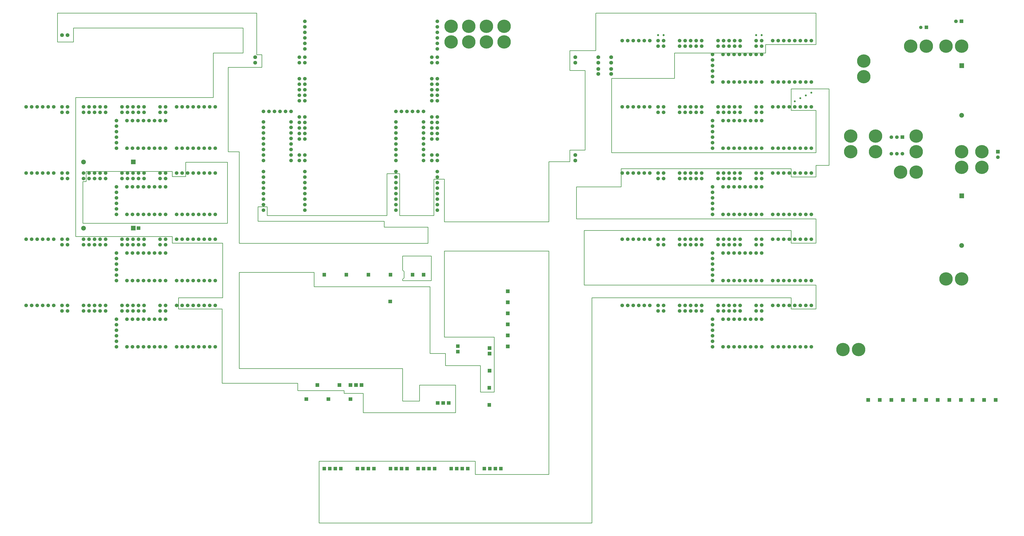
<source format=gbr>
G04 This is an RS-274x file exported by *
G04 gerbv version 2.7.0 *
G04 More information is available about gerbv at *
G04 http://gerbv.geda-project.org/ *
G04 --End of header info--*
%MOIN*%
%FSLAX36Y36*%
%IPPOS*%
G04 --Define apertures--*
%ADD10C,0.0100*%
%ADD11C,0.0660*%
%ADD12C,0.2422*%
%ADD13C,0.0001*%
%ADD14C,0.0610*%
%ADD15C,0.0860*%
%ADD16C,0.0700*%
%ADD17C,0.0380*%
%ADD18C,0.1870*%
%ADD19C,0.0500*%
%ADD20C,0.0300*%
%ADD21C,0.0280*%
%ADD22C,0.0350*%
G04 --Start main section--*
G01X0000000Y0000000D02*
G54D10*
G01X7725000Y5125000D02*
G01X8630000Y5125000D01*
G01X8380000Y4130000D02*
G01X8380000Y4610000D01*
G01X8380000Y4130000D02*
G01X8630000Y4130000D01*
G01X8630000Y5125000D02*
G01X8630000Y4130000D01*
G01X9620000Y2635000D02*
G01X9620000Y6685000D01*
G01X7725000Y6685000D02*
G01X9620000Y6685000D01*
G01X9620000Y7215000D02*
G01X7725000Y7215000D01*
G01X8380000Y4610000D02*
G01X7745000Y4610000D01*
G01X7745000Y4610000D02*
G01X7745000Y4830000D01*
G01X7745000Y4830000D02*
G01X7465000Y4830000D01*
G01X7930000Y4255000D02*
G01X7930000Y3755000D01*
G01X7725000Y5125000D02*
G01X7725000Y6685000D01*
G01X7725000Y7215000D02*
G01X7725000Y7990000D01*
G01X9620000Y2635000D02*
G01X8285000Y2635000D01*
G01X8285000Y2635000D02*
G01X8285000Y2875000D01*
G01X10400000Y5840000D02*
G01X14010000Y5840000D01*
G01X14460000Y6070000D02*
G01X10260000Y6070000D01*
G01X14010000Y5840000D02*
G01X14010000Y5635000D01*
G01X14010000Y5635000D02*
G01X14460000Y5635000D01*
G01X14460000Y5635000D02*
G01X14460000Y6070000D01*
G01X14010000Y6830000D02*
G01X14460000Y6830000D01*
G01X14460000Y6830000D02*
G01X14460000Y7270000D01*
G01X10260000Y6070000D02*
G01X10260000Y7060000D01*
G01X10260000Y7060000D02*
G01X14010000Y7060000D01*
G01X14010000Y7060000D02*
G01X14010000Y6830000D01*
G01X14460000Y7270000D02*
G01X10120000Y7270000D01*
G01X10120000Y7850000D02*
G01X10930000Y7850000D01*
G01X10000000Y8305000D02*
G01X9620000Y8305000D01*
G01X9620000Y8305000D02*
G01X9620000Y7215000D01*
G01X10470000Y10320000D02*
G01X10000000Y10320000D01*
G01X10000000Y10320000D02*
G01X10000000Y9960000D01*
G01X10000000Y8515000D02*
G01X10000000Y8305000D01*
G01X10000000Y9960000D02*
G01X10275000Y9960000D01*
G01X10275000Y9960000D02*
G01X10275000Y8515000D01*
G01X10275000Y8515000D02*
G01X10000000Y8515000D01*
G01X10930000Y7850000D02*
G01X10930000Y8180000D01*
G01X10930000Y8180000D02*
G01X14010000Y8180000D01*
G01X10755000Y8470000D02*
G01X14460000Y8470000D01*
G01X14010000Y8180000D02*
G01X14010000Y8030000D01*
G01X14010000Y8030000D02*
G01X14460000Y8030000D01*
G01X14460000Y8030000D02*
G01X14460000Y8240000D01*
G01X14460000Y8240000D02*
G01X14695000Y8240000D01*
G01X14695000Y8240000D02*
G01X14695000Y9625000D01*
G01X14460000Y9235000D02*
G01X14460000Y8470000D01*
G01X14460000Y11000000D02*
G01X10475000Y11000000D01*
G01X10475000Y11000000D02*
G01X10470000Y10995000D01*
G01X14460000Y9235000D02*
G01X14010000Y9235000D01*
G01X14010000Y9235000D02*
G01X14010000Y9625000D01*
G01X14695000Y9625000D02*
G01X14010000Y9625000D01*
G01X10470000Y10995000D02*
G01X10470000Y10320000D01*
G01X14460000Y11000000D02*
G01X14460000Y10430000D01*
G01X14460000Y10430000D02*
G01X13545000Y10430000D01*
G01X13545000Y10430000D02*
G01X13545000Y10275000D01*
G01X13545000Y10275000D02*
G01X11895000Y10275000D01*
G01X6685000Y7330000D02*
G01X6685000Y8090000D01*
G01X6685000Y8090000D02*
G01X6915000Y8090000D01*
G01X6915000Y8090000D02*
G01X6915000Y7330000D01*
G01X7535000Y7990000D02*
G01X7725000Y7990000D01*
G01X7430000Y6825000D02*
G01X7430000Y7120000D01*
G01X6915000Y7330000D02*
G01X7535000Y7330000D01*
G01X7535000Y7330000D02*
G01X7535000Y7990000D01*
G01X7430000Y7120000D02*
G01X6635000Y7120000D01*
G01X6635000Y7120000D02*
G01X6635000Y7225000D01*
G01X7465000Y6040000D02*
G01X5365000Y6040000D01*
G01X7430000Y6825000D02*
G01X4010000Y6825000D01*
G01X5365000Y6040000D02*
G01X5365000Y6300000D01*
G01X5365000Y6300000D02*
G01X4010000Y6300000D01*
G01X3710000Y6830000D02*
G01X3710000Y5840000D01*
G01X2940000Y5840000D02*
G01X3710000Y5840000D01*
G01X2910000Y5840000D02*
G01X2910000Y5635000D01*
G01X3700000Y5635000D02*
G01X2910000Y5635000D01*
G01X2910000Y5840000D02*
G01X2945000Y5840000D01*
G01X4515000Y7490000D02*
G01X4350000Y7490000D01*
G01X4515000Y7490000D02*
G01X4515000Y7330000D01*
G01X4515000Y7330000D02*
G01X6685000Y7330000D01*
G01X6635000Y7225000D02*
G01X4350000Y7225000D01*
G01X1175000Y7190000D02*
G01X3795000Y7190000D01*
G01X4350000Y7225000D02*
G01X4350000Y7490000D01*
G01X10120000Y7270000D02*
G01X10120000Y7850000D01*
G01X7490000Y6595000D02*
G01X7490000Y6150000D01*
G01X7490000Y6150000D02*
G01X6970000Y6150000D01*
G01X7490000Y6595000D02*
G01X6970000Y6595000D01*
G01X6970000Y6150000D02*
G01X6970000Y6175000D01*
G01X6970000Y6175000D02*
G01X6995000Y6200000D01*
G01X6995000Y6200000D02*
G01X6995000Y6315000D01*
G01X6995000Y6315000D02*
G01X6970000Y6340000D01*
G01X6970000Y6340000D02*
G01X6970000Y6595000D01*
G01X7465000Y4830000D02*
G01X7465000Y6040000D01*
G01X10755000Y8470000D02*
G01X10755000Y9815000D01*
G01X10755000Y9815000D02*
G01X11895000Y9815000D01*
G01X11895000Y9815000D02*
G01X11895000Y10275000D01*
G01X6970000Y4555000D02*
G01X6970000Y3965000D01*
G01X6970000Y3965000D02*
G01X7275000Y3965000D01*
G01X7275000Y3965000D02*
G01X7275000Y4255000D01*
G01X7275000Y4255000D02*
G01X7930000Y4255000D01*
G01X7930000Y3755000D02*
G01X6255000Y3755000D01*
G01X8285000Y2875000D02*
G01X5455000Y2875000D01*
G01X5455000Y1755000D02*
G01X10400000Y1755000D01*
G01X10400000Y1755000D02*
G01X10400000Y5840000D01*
G01X6255000Y3755000D02*
G01X6255000Y4105000D01*
G01X6255000Y4105000D02*
G01X5910000Y4105000D01*
G01X5910000Y4105000D02*
G01X5910000Y4155000D01*
G01X5910000Y4155000D02*
G01X5070000Y4155000D01*
G01X5070000Y4155000D02*
G01X5070000Y4290000D01*
G01X5455000Y2875000D02*
G01X5455000Y1755000D01*
G01X5070000Y4290000D02*
G01X3700000Y4290000D01*
G01X6970000Y4555000D02*
G01X4010000Y4555000D01*
G01X3700000Y4290000D02*
G01X3700000Y5635000D01*
G01X4010000Y6300000D02*
G01X4010000Y4555000D01*
G01X4010000Y8485000D02*
G01X3810000Y8485000D01*
G01X3795000Y7190000D02*
G01X3795000Y8295000D01*
G01X3795000Y8295000D02*
G01X3040000Y8295000D01*
G01X1045000Y6950000D02*
G01X2795000Y6950000D01*
G01X2795000Y6950000D02*
G01X2795000Y6830000D01*
G01X2795000Y6830000D02*
G01X3710000Y6830000D01*
G01X3040000Y8295000D02*
G01X3040000Y8035000D01*
G01X3040000Y8035000D02*
G01X2795000Y8035000D01*
G01X2795000Y8035000D02*
G01X2795000Y8130000D01*
G01X2795000Y8130000D02*
G01X1235000Y8130000D01*
G01X1235000Y7945000D02*
G01X1175000Y7945000D01*
G01X4010000Y8485000D02*
G01X4010000Y6825000D01*
G01X1045000Y9470000D02*
G01X1045000Y6950000D01*
G01X1175000Y7945000D02*
G01X1175000Y7190000D01*
G01X1235000Y8130000D02*
G01X1235000Y7945000D01*
G01X4080000Y10730000D02*
G01X1005000Y10730000D01*
G01X1005000Y10730000D02*
G01X1005000Y10475000D01*
G01X1005000Y10475000D02*
G01X0715000Y10475000D01*
G01X0715000Y11000000D02*
G01X4325000Y11000000D01*
G01X4325000Y11000000D02*
G01X4325000Y10245000D01*
G01X0715000Y10475000D02*
G01X0715000Y11000000D01*
G01X3810000Y8485000D02*
G01X3810000Y10015000D01*
G01X4420000Y10015000D02*
G01X3810000Y10015000D01*
G01X4080000Y10730000D02*
G01X4080000Y10275000D01*
G01X4080000Y10275000D02*
G01X3540000Y10275000D01*
G01X3540000Y10275000D02*
G01X3540000Y9470000D01*
G01X4325000Y10245000D02*
G01X4420000Y10245000D01*
G01X4420000Y10245000D02*
G01X4420000Y10015000D01*
G01X3540000Y9470000D02*
G01X1045000Y9470000D01*
G01X0000000Y0000000D02*
G54D11*
G01X13675000Y9750000D03*
G01X13775000Y9750000D03*
G01X13875000Y9750000D03*
G01X13975000Y9750000D03*
G01X14075000Y9750000D03*
G01X14175000Y9750000D03*
G01X14275000Y9750000D03*
G01X14375000Y9750000D03*
G54D12*
G01X15325000Y10128460D03*
G01X15325000Y9845000D03*
G54D13*
G36*
G01X17057000Y10088000D02*
G01X17057000Y10002000D01*
G01X17143000Y10002000D01*
G01X17143000Y10088000D01*
G01X17057000Y10088000D01*
G37*
G54D11*
G01X13675000Y10500000D03*
G01X13475000Y10500000D03*
G01X13475000Y10400000D03*
G01X13775000Y10500000D03*
G01X13875000Y10500000D03*
G01X13975000Y10500000D03*
G01X14075000Y10500000D03*
G01X14175000Y10500000D03*
G01X14275000Y10500000D03*
G01X14375000Y10500000D03*
G01X13375000Y10400000D03*
G01X13375000Y10500000D03*
G01X13085000Y10500000D03*
G01X13085000Y10400000D03*
G54D12*
G01X16460000Y10400000D03*
G01X16176540Y10400000D03*
G54D11*
G01X12190000Y10400000D03*
G01X12090000Y10500000D03*
G01X11990000Y10500000D03*
G01X12090000Y10400000D03*
G01X11990000Y10400000D03*
G01X11700000Y10400000D03*
G01X11600000Y10400000D03*
G01X11700000Y10500000D03*
G01X11600000Y10500000D03*
G01X11450000Y10500000D03*
G01X11350000Y10500000D03*
G01X11250000Y10500000D03*
G01X11150000Y10500000D03*
G01X11050000Y10500000D03*
G01X10950000Y10500000D03*
G54D12*
G01X17098460Y10400000D03*
G01X16815000Y10400000D03*
G54D13*
G36*
G01X17062000Y10883000D02*
G01X17062000Y10817000D01*
G01X17128000Y10817000D01*
G01X17128000Y10883000D01*
G01X17062000Y10883000D01*
G37*
G54D11*
G01X16995000Y10850000D03*
G54D13*
G36*
G01X16429500Y10770500D02*
G01X16429500Y10709500D01*
G01X16490500Y10709500D01*
G01X16490500Y10770500D01*
G01X16429500Y10770500D01*
G37*
G54D14*
G01X16360000Y10740000D03*
G54D11*
G01X12775000Y9750000D03*
G01X12875000Y9750000D03*
G01X12975000Y9750000D03*
G01X13075000Y9750000D03*
G01X13175000Y9750000D03*
G01X13275000Y9750000D03*
G01X13375000Y9750000D03*
G01X13475000Y9750000D03*
G01X12585000Y9750000D03*
G01X12585000Y9850000D03*
G01X12585000Y9950000D03*
G01X12585000Y10050000D03*
G01X12585000Y10150000D03*
G01X12585000Y10250000D03*
G01X12775000Y10250000D03*
G01X12875000Y10250000D03*
G01X12975000Y10250000D03*
G01X13075000Y10250000D03*
G01X13175000Y10250000D03*
G01X13275000Y10250000D03*
G01X13375000Y10250000D03*
G01X13475000Y10250000D03*
G01X12985000Y10500000D03*
G01X12885000Y10500000D03*
G01X12785000Y10500000D03*
G01X12685000Y10500000D03*
G01X12985000Y10400000D03*
G01X12885000Y10400000D03*
G01X12785000Y10400000D03*
G01X12685000Y10400000D03*
G01X12390000Y10400000D03*
G01X12290000Y10400000D03*
G01X12390000Y10500000D03*
G01X12290000Y10500000D03*
G01X12190000Y10500000D03*
G01X2875000Y4950000D03*
G01X2975000Y4950000D03*
G01X3075000Y4950000D03*
G01X3175000Y4950000D03*
G01X3275000Y4950000D03*
G01X3375000Y4950000D03*
G01X3475000Y4950000D03*
G01X3575000Y4950000D03*
G01X1975000Y4950000D03*
G01X2075000Y4950000D03*
G01X2175000Y4950000D03*
G01X2275000Y4950000D03*
G01X2375000Y4950000D03*
G01X2475000Y4950000D03*
G01X2575000Y4950000D03*
G01X2675000Y4950000D03*
G01X1785000Y4950000D03*
G01X1785000Y5050000D03*
G01X1785000Y5150000D03*
G01X1785000Y5250000D03*
G01X1785000Y5350000D03*
G01X1785000Y5450000D03*
G01X1975000Y5450000D03*
G01X2075000Y5450000D03*
G01X2175000Y5450000D03*
G01X2275000Y5450000D03*
G01X2375000Y5450000D03*
G01X2475000Y5450000D03*
G01X2575000Y5450000D03*
G01X2675000Y5450000D03*
G01X2875000Y5700000D03*
G01X2675000Y5700000D03*
G01X2675000Y5600000D03*
G01X2975000Y5700000D03*
G01X3075000Y5700000D03*
G01X3175000Y5700000D03*
G01X3275000Y5700000D03*
G01X3375000Y5700000D03*
G01X3475000Y5700000D03*
G01X3575000Y5700000D03*
G01X2575000Y5600000D03*
G01X2575000Y5700000D03*
G01X2285000Y5700000D03*
G01X2285000Y5600000D03*
G54D13*
G36*
G01X5917000Y6288000D02*
G01X5917000Y6222000D01*
G01X5983000Y6222000D01*
G01X5983000Y6288000D01*
G01X5917000Y6288000D01*
G37*
G36*
G01X5517000Y6288000D02*
G01X5517000Y6222000D01*
G01X5583000Y6222000D01*
G01X5583000Y6288000D01*
G01X5517000Y6288000D01*
G37*
G54D11*
G01X2185000Y5700000D03*
G01X2085000Y5700000D03*
G01X1985000Y5700000D03*
G01X1885000Y5700000D03*
G01X2185000Y5600000D03*
G01X2085000Y5600000D03*
G01X1985000Y5600000D03*
G01X1885000Y5600000D03*
G01X1590000Y5600000D03*
G01X1490000Y5600000D03*
G01X1590000Y5700000D03*
G01X1490000Y5700000D03*
G01X1390000Y5700000D03*
G01X1390000Y5600000D03*
G01X1290000Y5700000D03*
G01X1190000Y5700000D03*
G01X1290000Y5600000D03*
G01X1190000Y5600000D03*
G01X0900000Y5600000D03*
G01X0800000Y5600000D03*
G01X0900000Y5700000D03*
G01X0800000Y5700000D03*
G01X0650000Y5700000D03*
G01X0550000Y5700000D03*
G01X0450000Y5700000D03*
G01X0350000Y5700000D03*
G01X0250000Y5700000D03*
G01X0150000Y5700000D03*
G01X1975000Y6150000D03*
G01X2075000Y6150000D03*
G01X2175000Y6150000D03*
G01X2275000Y6150000D03*
G01X2375000Y6150000D03*
G01X2475000Y6150000D03*
G01X2575000Y6150000D03*
G01X2675000Y6150000D03*
G01X1785000Y6150000D03*
G01X1785000Y6250000D03*
G01X1785000Y6350000D03*
G01X1785000Y6450000D03*
G01X1785000Y6550000D03*
G01X1785000Y6650000D03*
G01X1975000Y6650000D03*
G01X2075000Y6650000D03*
G01X2175000Y6650000D03*
G01X2275000Y6650000D03*
G01X2375000Y6650000D03*
G01X2475000Y6650000D03*
G01X2575000Y6650000D03*
G01X2675000Y6650000D03*
G01X2185000Y6900000D03*
G01X2185000Y6800000D03*
G01X2085000Y6800000D03*
G01X1985000Y6800000D03*
G01X1885000Y6800000D03*
G01X2085000Y6900000D03*
G01X1985000Y6900000D03*
G01X1885000Y6900000D03*
G01X1590000Y6900000D03*
G01X1490000Y6900000D03*
G01X1390000Y6900000D03*
G54D15*
G01X1190000Y7100000D03*
G54D13*
G36*
G01X2152000Y7133000D02*
G01X2152000Y7067000D01*
G01X2218000Y7067000D01*
G01X2218000Y7133000D01*
G01X2152000Y7133000D01*
G37*
G54D11*
G01X1590000Y6800000D03*
G01X1490000Y6800000D03*
G01X1390000Y6800000D03*
G01X1290000Y6900000D03*
G01X1190000Y6900000D03*
G01X1290000Y6800000D03*
G01X1190000Y6800000D03*
G01X0900000Y6800000D03*
G01X0800000Y6800000D03*
G01X0900000Y6900000D03*
G01X0800000Y6900000D03*
G01X0650000Y6900000D03*
G01X0550000Y6900000D03*
G01X0450000Y6900000D03*
G01X0350000Y6900000D03*
G01X0250000Y6900000D03*
G01X0150000Y6900000D03*
G01X2875000Y8550000D03*
G01X2875000Y9300000D03*
G01X2975000Y9300000D03*
G01X3075000Y9300000D03*
G01X3175000Y9300000D03*
G01X3275000Y9300000D03*
G01X3375000Y9300000D03*
G01X3475000Y9300000D03*
G01X3575000Y9300000D03*
G01X2975000Y8550000D03*
G01X3075000Y8550000D03*
G01X3175000Y8550000D03*
G01X3275000Y8550000D03*
G01X3375000Y8550000D03*
G01X3475000Y8550000D03*
G01X3575000Y8550000D03*
G01X3175000Y8100000D03*
G01X3275000Y8100000D03*
G01X3375000Y8100000D03*
G01X3475000Y8100000D03*
G01X3575000Y8100000D03*
G01X2875000Y8100000D03*
G01X2975000Y8100000D03*
G01X3075000Y8100000D03*
G01X2285000Y8100000D03*
G01X2185000Y8100000D03*
G01X2085000Y8100000D03*
G01X2675000Y8100000D03*
G01X2675000Y8000000D03*
G01X2575000Y8000000D03*
G01X2575000Y8100000D03*
G01X2285000Y8000000D03*
G01X2185000Y8000000D03*
G01X2085000Y8000000D03*
G54D13*
G36*
G01X2047000Y8343000D02*
G01X2047000Y8257000D01*
G01X2133000Y8257000D01*
G01X2133000Y8343000D01*
G01X2047000Y8343000D01*
G37*
G54D11*
G01X1985000Y8100000D03*
G01X1985000Y8000000D03*
G01X1885000Y8000000D03*
G01X1885000Y8100000D03*
G01X1590000Y8100000D03*
G01X1490000Y8100000D03*
G01X1390000Y8100000D03*
G01X1290000Y8100000D03*
G01X1190000Y8100000D03*
G01X1590000Y8000000D03*
G01X1490000Y8000000D03*
G01X1390000Y8000000D03*
G01X1290000Y8000000D03*
G01X1190000Y8000000D03*
G01X1975000Y8550000D03*
G01X2075000Y8550000D03*
G01X2175000Y8550000D03*
G01X2275000Y8550000D03*
G01X2375000Y8550000D03*
G01X2475000Y8550000D03*
G01X2575000Y8550000D03*
G01X2675000Y8550000D03*
G01X1785000Y8550000D03*
G01X1785000Y8650000D03*
G01X1785000Y8750000D03*
G01X1785000Y8850000D03*
G01X1785000Y8950000D03*
G01X1785000Y9050000D03*
G01X1975000Y9050000D03*
G01X2075000Y9050000D03*
G01X2175000Y9050000D03*
G01X2275000Y9050000D03*
G01X2375000Y9050000D03*
G01X2475000Y9050000D03*
G01X2575000Y9050000D03*
G01X2675000Y9050000D03*
G01X2675000Y9300000D03*
G01X2675000Y9200000D03*
G01X2575000Y9200000D03*
G01X2575000Y9300000D03*
G01X2285000Y9300000D03*
G01X2285000Y9200000D03*
G01X2185000Y9300000D03*
G01X2185000Y9200000D03*
G01X2085000Y9300000D03*
G01X2085000Y9200000D03*
G01X1985000Y9300000D03*
G01X1885000Y9300000D03*
G01X1985000Y9200000D03*
G01X1885000Y9200000D03*
G01X1590000Y9200000D03*
G01X1490000Y9200000D03*
G01X1390000Y9200000D03*
G01X1290000Y9200000D03*
G01X1590000Y9300000D03*
G01X1490000Y9300000D03*
G01X1390000Y9300000D03*
G01X1290000Y9300000D03*
G01X1190000Y9300000D03*
G01X1190000Y9200000D03*
G01X0900000Y9300000D03*
G01X0800000Y9300000D03*
G01X0650000Y9300000D03*
G01X0900000Y9200000D03*
G01X0800000Y9200000D03*
G01X0550000Y9300000D03*
G01X0450000Y9300000D03*
G01X0350000Y9300000D03*
G01X0250000Y9300000D03*
G01X0150000Y9300000D03*
G01X3175000Y6150000D03*
G01X3275000Y6150000D03*
G01X3375000Y6150000D03*
G01X3475000Y6150000D03*
G01X2875000Y6150000D03*
G01X2975000Y6150000D03*
G01X3075000Y6150000D03*
G01X3575000Y6150000D03*
G01X3075000Y6900000D03*
G01X3175000Y6900000D03*
G01X3275000Y6900000D03*
G01X3375000Y6900000D03*
G01X3475000Y6900000D03*
G01X3575000Y6900000D03*
G01X2875000Y6900000D03*
G01X2675000Y6900000D03*
G01X2675000Y6800000D03*
G01X2975000Y6900000D03*
G01X2875000Y7350000D03*
G01X2975000Y7350000D03*
G01X3075000Y7350000D03*
G01X3175000Y7350000D03*
G01X3275000Y7350000D03*
G01X3375000Y7350000D03*
G01X3475000Y7350000D03*
G01X3575000Y7350000D03*
G01X2675000Y7350000D03*
G01X2575000Y6800000D03*
G01X2575000Y6900000D03*
G01X2285000Y6900000D03*
G01X2285000Y6800000D03*
G01X2575000Y7350000D03*
G54D13*
G36*
G01X2047000Y7143000D02*
G01X2047000Y7057000D01*
G01X2133000Y7057000D01*
G01X2133000Y7143000D01*
G01X2047000Y7143000D01*
G37*
G54D11*
G01X1975000Y7350000D03*
G01X2075000Y7350000D03*
G01X2175000Y7350000D03*
G01X2275000Y7350000D03*
G01X2375000Y7350000D03*
G01X2475000Y7350000D03*
G01X1785000Y7350000D03*
G01X1785000Y7450000D03*
G01X1785000Y7550000D03*
G01X1785000Y7650000D03*
G01X1785000Y7750000D03*
G01X1785000Y7850000D03*
G01X1975000Y7850000D03*
G01X2075000Y7850000D03*
G01X2175000Y7850000D03*
G01X2275000Y7850000D03*
G01X2375000Y7850000D03*
G01X2475000Y7850000D03*
G01X2575000Y7850000D03*
G01X2675000Y7850000D03*
G01X0900000Y8100000D03*
G01X0800000Y8100000D03*
G01X0650000Y8100000D03*
G01X0900000Y8000000D03*
G01X0800000Y8000000D03*
G01X0550000Y8100000D03*
G01X0450000Y8100000D03*
G01X0350000Y8100000D03*
G01X0250000Y8100000D03*
G01X0150000Y8100000D03*
G54D15*
G01X1190000Y8300000D03*
G54D11*
G01X4450000Y8125000D03*
G01X5200000Y8125000D03*
G01X4450000Y8025000D03*
G01X4450000Y7925000D03*
G01X4450000Y7825000D03*
G01X4450000Y7725000D03*
G01X4450000Y7625000D03*
G01X4450000Y7525000D03*
G01X4450000Y7425000D03*
G01X5200000Y8025000D03*
G01X5200000Y7925000D03*
G01X5200000Y7825000D03*
G01X5200000Y7725000D03*
G01X5200000Y7625000D03*
G01X5200000Y7525000D03*
G01X5200000Y7425000D03*
G01X5200000Y8325000D03*
G01X5100000Y8325000D03*
G01X5100000Y8425000D03*
G01X5200000Y8425000D03*
G01X4450000Y9025000D03*
G01X4450000Y9215000D03*
G01X4550000Y9215000D03*
G01X4450000Y8925000D03*
G01X4650000Y9215000D03*
G01X4750000Y9215000D03*
G01X4850000Y9215000D03*
G01X4950000Y9215000D03*
G01X4950000Y9025000D03*
G01X4450000Y8825000D03*
G01X4450000Y8725000D03*
G01X4450000Y8625000D03*
G01X4450000Y8525000D03*
G01X4450000Y8425000D03*
G01X4450000Y8325000D03*
G01X4950000Y8625000D03*
G01X4950000Y8525000D03*
G01X4950000Y8425000D03*
G01X4950000Y8325000D03*
G01X4950000Y8925000D03*
G01X4950000Y8825000D03*
G01X4950000Y8725000D03*
G01X5200000Y8715000D03*
G01X5100000Y8715000D03*
G01X5100000Y8815000D03*
G01X5100000Y8915000D03*
G01X5100000Y9015000D03*
G01X5200000Y8815000D03*
G01X5200000Y8915000D03*
G01X5200000Y9015000D03*
G01X5200000Y9115000D03*
G01X5200000Y9410000D03*
G01X5200000Y9510000D03*
G01X5100000Y9115000D03*
G01X5100000Y9410000D03*
G01X5100000Y9510000D03*
G01X5200000Y9610000D03*
G01X5200000Y9710000D03*
G01X5200000Y9810000D03*
G01X5200000Y10100000D03*
G01X5100000Y9610000D03*
G01X5100000Y9710000D03*
G01X5100000Y9810000D03*
G01X5100000Y10100000D03*
G01X5100000Y10200000D03*
G01X5200000Y10200000D03*
G01X5200000Y10350000D03*
G01X5200000Y10450000D03*
G01X5200000Y10550000D03*
G01X5200000Y10650000D03*
G01X5200000Y10750000D03*
G01X5200000Y10850000D03*
G01X13675000Y7350000D03*
G01X13675000Y8100000D03*
G01X13775000Y8100000D03*
G01X13875000Y8100000D03*
G01X13975000Y8100000D03*
G01X14075000Y8100000D03*
G01X14175000Y8100000D03*
G01X14275000Y8100000D03*
G01X14375000Y8100000D03*
G01X13775000Y7350000D03*
G01X13875000Y7350000D03*
G01X13975000Y7350000D03*
G01X14075000Y7350000D03*
G01X14175000Y7350000D03*
G01X14275000Y7350000D03*
G01X14375000Y7350000D03*
G01X13975000Y6900000D03*
G01X14075000Y6900000D03*
G01X14175000Y6900000D03*
G01X14275000Y6900000D03*
G01X14375000Y6900000D03*
G01X13675000Y4950000D03*
G01X13775000Y4950000D03*
G01X13875000Y4950000D03*
G01X13975000Y4950000D03*
G01X14075000Y4950000D03*
G01X14175000Y4950000D03*
G01X14275000Y4950000D03*
G01X14375000Y4950000D03*
G01X13675000Y5700000D03*
G01X13775000Y5700000D03*
G01X13875000Y5700000D03*
G01X13975000Y5700000D03*
G01X14075000Y5700000D03*
G01X14175000Y5700000D03*
G01X14275000Y5700000D03*
G01X14375000Y5700000D03*
G54D12*
G01X14950000Y4900000D03*
G01X15233460Y4900000D03*
G54D13*
G36*
G01X15372000Y4018000D02*
G01X15372000Y3952000D01*
G01X15438000Y3952000D01*
G01X15438000Y4018000D01*
G01X15372000Y4018000D01*
G37*
G36*
G01X15582000Y4018000D02*
G01X15582000Y3952000D01*
G01X15648000Y3952000D01*
G01X15648000Y4018000D01*
G01X15582000Y4018000D01*
G37*
G36*
G01X15792000Y4018000D02*
G01X15792000Y3952000D01*
G01X15858000Y3952000D01*
G01X15858000Y4018000D01*
G01X15792000Y4018000D01*
G37*
G36*
G01X16002000Y4018000D02*
G01X16002000Y3952000D01*
G01X16068000Y3952000D01*
G01X16068000Y4018000D01*
G01X16002000Y4018000D01*
G37*
G36*
G01X16212000Y4018000D02*
G01X16212000Y3952000D01*
G01X16278000Y3952000D01*
G01X16278000Y4018000D01*
G01X16212000Y4018000D01*
G37*
G36*
G01X16422000Y4018000D02*
G01X16422000Y3952000D01*
G01X16488000Y3952000D01*
G01X16488000Y4018000D01*
G01X16422000Y4018000D01*
G37*
G36*
G01X16632000Y4018000D02*
G01X16632000Y3952000D01*
G01X16698000Y3952000D01*
G01X16698000Y4018000D01*
G01X16632000Y4018000D01*
G37*
G36*
G01X16842000Y4018000D02*
G01X16842000Y3952000D01*
G01X16908000Y3952000D01*
G01X16908000Y4018000D01*
G01X16842000Y4018000D01*
G37*
G36*
G01X17052000Y4018000D02*
G01X17052000Y3952000D01*
G01X17118000Y3952000D01*
G01X17118000Y4018000D01*
G01X17052000Y4018000D01*
G37*
G36*
G01X17262000Y4018000D02*
G01X17262000Y3952000D01*
G01X17328000Y3952000D01*
G01X17328000Y4018000D01*
G01X17262000Y4018000D01*
G37*
G36*
G01X17472000Y4018000D02*
G01X17472000Y3952000D01*
G01X17538000Y3952000D01*
G01X17538000Y4018000D01*
G01X17472000Y4018000D01*
G37*
G36*
G01X17682000Y4018000D02*
G01X17682000Y3952000D01*
G01X17748000Y3952000D01*
G01X17748000Y4018000D01*
G01X17682000Y4018000D01*
G37*
G54D11*
G01X12785000Y8100000D03*
G01X12685000Y8100000D03*
G01X12785000Y8000000D03*
G01X12685000Y8000000D03*
G01X12390000Y8000000D03*
G01X12290000Y8000000D03*
G01X12190000Y8000000D03*
G01X12090000Y8000000D03*
G01X12390000Y8100000D03*
G01X12290000Y8100000D03*
G01X12190000Y8100000D03*
G01X12090000Y8100000D03*
G01X11990000Y8100000D03*
G01X11990000Y8000000D03*
G01X11700000Y8100000D03*
G01X11600000Y8100000D03*
G01X11450000Y8100000D03*
G01X11700000Y8000000D03*
G01X11600000Y8000000D03*
G01X11350000Y8100000D03*
G01X11250000Y8100000D03*
G01X11150000Y8100000D03*
G01X11050000Y8100000D03*
G01X10950000Y8100000D03*
G01X13675000Y6150000D03*
G01X13775000Y6150000D03*
G01X13875000Y6150000D03*
G01X13975000Y6150000D03*
G01X14075000Y6150000D03*
G01X14175000Y6150000D03*
G01X14275000Y6150000D03*
G01X14375000Y6150000D03*
G01X12975000Y6150000D03*
G01X13075000Y6150000D03*
G01X13175000Y6150000D03*
G01X13275000Y6150000D03*
G01X13375000Y6150000D03*
G01X13475000Y6150000D03*
G01X12775000Y6150000D03*
G01X12585000Y6150000D03*
G01X12585000Y6250000D03*
G01X12585000Y6350000D03*
G01X12585000Y6450000D03*
G01X12585000Y6550000D03*
G01X12585000Y6650000D03*
G01X12875000Y6650000D03*
G01X12975000Y6650000D03*
G01X13075000Y6650000D03*
G01X13175000Y6650000D03*
G01X13275000Y6650000D03*
G01X13375000Y6650000D03*
G01X13475000Y6650000D03*
G01X12875000Y6150000D03*
G01X12775000Y7350000D03*
G01X12875000Y7350000D03*
G01X12975000Y7350000D03*
G01X13075000Y7350000D03*
G01X13175000Y7350000D03*
G01X13275000Y7350000D03*
G01X13375000Y7350000D03*
G01X13475000Y7350000D03*
G01X12585000Y7350000D03*
G01X12585000Y7450000D03*
G01X12585000Y7550000D03*
G01X12585000Y7650000D03*
G01X12585000Y7750000D03*
G01X12585000Y7850000D03*
G01X12775000Y7850000D03*
G01X12875000Y7850000D03*
G01X12975000Y7850000D03*
G01X13075000Y7850000D03*
G01X13175000Y7850000D03*
G01X13275000Y7850000D03*
G01X13375000Y7850000D03*
G01X13475000Y7850000D03*
G01X13475000Y8100000D03*
G01X13475000Y8000000D03*
G01X13375000Y8000000D03*
G01X13375000Y8100000D03*
G01X13085000Y8100000D03*
G01X13085000Y8000000D03*
G01X12985000Y8100000D03*
G01X12985000Y8000000D03*
G01X12885000Y8100000D03*
G01X12885000Y8000000D03*
G01X13675000Y6900000D03*
G01X13775000Y6900000D03*
G01X13875000Y6900000D03*
G01X13085000Y6900000D03*
G01X12985000Y6900000D03*
G01X12885000Y6900000D03*
G01X13475000Y6900000D03*
G01X13475000Y6800000D03*
G01X13375000Y6800000D03*
G01X13375000Y6900000D03*
G01X13085000Y6800000D03*
G01X12985000Y6800000D03*
G01X12885000Y6800000D03*
G01X12785000Y6900000D03*
G01X12785000Y6800000D03*
G01X12685000Y6800000D03*
G01X12685000Y6900000D03*
G01X12390000Y6900000D03*
G01X12290000Y6900000D03*
G01X12190000Y6900000D03*
G01X12090000Y6900000D03*
G01X11990000Y6900000D03*
G01X12390000Y6800000D03*
G01X12290000Y6800000D03*
G01X12190000Y6800000D03*
G01X12090000Y6800000D03*
G01X11990000Y6800000D03*
G01X11700000Y6900000D03*
G01X11600000Y6900000D03*
G01X11450000Y6900000D03*
G01X11700000Y6800000D03*
G01X11600000Y6800000D03*
G01X11350000Y6900000D03*
G01X11250000Y6900000D03*
G01X11150000Y6900000D03*
G01X11050000Y6900000D03*
G01X10950000Y6900000D03*
G01X12875000Y4950000D03*
G01X12975000Y4950000D03*
G01X13075000Y4950000D03*
G01X13175000Y4950000D03*
G01X13275000Y4950000D03*
G01X13375000Y4950000D03*
G01X12775000Y6650000D03*
G01X12775000Y4950000D03*
G01X12775000Y5450000D03*
G01X12585000Y5250000D03*
G01X12585000Y5350000D03*
G01X12585000Y5450000D03*
G01X12875000Y5450000D03*
G01X12975000Y5450000D03*
G01X13075000Y5450000D03*
G01X13175000Y5450000D03*
G01X12785000Y5600000D03*
G01X12685000Y5700000D03*
G01X12685000Y5600000D03*
G01X12585000Y4950000D03*
G01X12585000Y5050000D03*
G01X12585000Y5150000D03*
G01X13475000Y4950000D03*
G54D13*
G36*
G01X8842000Y5188000D02*
G01X8842000Y5122000D01*
G01X8908000Y5122000D01*
G01X8908000Y5188000D01*
G01X8842000Y5188000D01*
G37*
G36*
G01X8512000Y4858000D02*
G01X8512000Y4792000D01*
G01X8578000Y4792000D01*
G01X8578000Y4858000D01*
G01X8512000Y4858000D01*
G37*
G36*
G01X8512000Y4958000D02*
G01X8512000Y4892000D01*
G01X8578000Y4892000D01*
G01X8578000Y4958000D01*
G01X8512000Y4958000D01*
G37*
G36*
G01X8512000Y4548000D02*
G01X8512000Y4482000D01*
G01X8578000Y4482000D01*
G01X8578000Y4548000D01*
G01X8512000Y4548000D01*
G37*
G36*
G01X8842000Y4988000D02*
G01X8842000Y4922000D01*
G01X8908000Y4922000D01*
G01X8908000Y4988000D01*
G01X8842000Y4988000D01*
G37*
G36*
G01X7937000Y4993000D02*
G01X7937000Y4927000D01*
G01X8003000Y4927000D01*
G01X8003000Y4993000D01*
G01X7937000Y4993000D01*
G37*
G36*
G01X7937000Y4893000D02*
G01X7937000Y4827000D01*
G01X8003000Y4827000D01*
G01X8003000Y4893000D01*
G01X7937000Y4893000D01*
G37*
G54D11*
G01X13275000Y5450000D03*
G01X13375000Y5450000D03*
G01X13475000Y5450000D03*
G01X13475000Y5700000D03*
G01X13475000Y5600000D03*
G01X13375000Y5600000D03*
G01X13375000Y5700000D03*
G01X13085000Y5700000D03*
G01X13085000Y5600000D03*
G01X12985000Y5700000D03*
G01X12985000Y5600000D03*
G01X12885000Y5700000D03*
G01X12885000Y5600000D03*
G01X12785000Y5700000D03*
G01X12390000Y5700000D03*
G01X12390000Y5600000D03*
G01X12290000Y5700000D03*
G01X12290000Y5600000D03*
G01X12190000Y5700000D03*
G01X12190000Y5600000D03*
G01X12090000Y5700000D03*
G01X12090000Y5600000D03*
G01X11990000Y5600000D03*
G01X11990000Y5700000D03*
G01X11700000Y5700000D03*
G01X11700000Y5600000D03*
G01X11600000Y5600000D03*
G01X11600000Y5700000D03*
G01X11450000Y5700000D03*
G01X11350000Y5700000D03*
G01X11250000Y5700000D03*
G01X11150000Y5700000D03*
G01X11050000Y5700000D03*
G01X10950000Y5700000D03*
G54D13*
G36*
G01X8842000Y5988000D02*
G01X8842000Y5922000D01*
G01X8908000Y5922000D01*
G01X8908000Y5988000D01*
G01X8842000Y5988000D01*
G37*
G36*
G01X7117000Y6288000D02*
G01X7117000Y6222000D01*
G01X7183000Y6222000D01*
G01X7183000Y6288000D01*
G01X7117000Y6288000D01*
G37*
G36*
G01X7317000Y6288000D02*
G01X7317000Y6222000D01*
G01X7383000Y6222000D01*
G01X7383000Y6288000D01*
G01X7317000Y6288000D01*
G37*
G36*
G01X6717000Y6288000D02*
G01X6717000Y6222000D01*
G01X6783000Y6222000D01*
G01X6783000Y6288000D01*
G01X6717000Y6288000D01*
G37*
G36*
G01X6317000Y6288000D02*
G01X6317000Y6222000D01*
G01X6383000Y6222000D01*
G01X6383000Y6288000D01*
G01X6317000Y6288000D01*
G37*
G36*
G01X6712000Y5803000D02*
G01X6712000Y5737000D01*
G01X6778000Y5737000D01*
G01X6778000Y5803000D01*
G01X6712000Y5803000D01*
G37*
G36*
G01X8842000Y5788000D02*
G01X8842000Y5722000D01*
G01X8908000Y5722000D01*
G01X8908000Y5788000D01*
G01X8842000Y5788000D01*
G37*
G36*
G01X8842000Y5388000D02*
G01X8842000Y5322000D01*
G01X8908000Y5322000D01*
G01X8908000Y5388000D01*
G01X8842000Y5388000D01*
G37*
G36*
G01X8842000Y5588000D02*
G01X8842000Y5522000D01*
G01X8908000Y5522000D01*
G01X8908000Y5588000D01*
G01X8842000Y5588000D01*
G37*
G36*
G01X8717000Y2773000D02*
G01X8717000Y2707000D01*
G01X8783000Y2707000D01*
G01X8783000Y2773000D01*
G01X8717000Y2773000D01*
G37*
G36*
G01X8617000Y2773000D02*
G01X8617000Y2707000D01*
G01X8683000Y2707000D01*
G01X8683000Y2773000D01*
G01X8617000Y2773000D01*
G37*
G36*
G01X8517000Y2773000D02*
G01X8517000Y2707000D01*
G01X8583000Y2707000D01*
G01X8583000Y2773000D01*
G01X8517000Y2773000D01*
G37*
G36*
G01X8417000Y2773000D02*
G01X8417000Y2707000D01*
G01X8483000Y2707000D01*
G01X8483000Y2773000D01*
G01X8417000Y2773000D01*
G37*
G36*
G01X8117000Y2773000D02*
G01X8117000Y2707000D01*
G01X8183000Y2707000D01*
G01X8183000Y2773000D01*
G01X8117000Y2773000D01*
G37*
G36*
G01X8017000Y2773000D02*
G01X8017000Y2707000D01*
G01X8083000Y2707000D01*
G01X8083000Y2773000D01*
G01X8017000Y2773000D01*
G37*
G36*
G01X7917000Y2773000D02*
G01X7917000Y2707000D01*
G01X7983000Y2707000D01*
G01X7983000Y2773000D01*
G01X7917000Y2773000D01*
G37*
G36*
G01X7817000Y2773000D02*
G01X7817000Y2707000D01*
G01X7883000Y2707000D01*
G01X7883000Y2773000D01*
G01X7817000Y2773000D01*
G37*
G36*
G01X8507000Y4238000D02*
G01X8507000Y4172000D01*
G01X8573000Y4172000D01*
G01X8573000Y4238000D01*
G01X8507000Y4238000D01*
G37*
G36*
G01X8507000Y3928000D02*
G01X8507000Y3862000D01*
G01X8573000Y3862000D01*
G01X8573000Y3928000D01*
G01X8507000Y3928000D01*
G37*
G36*
G01X7772000Y3963000D02*
G01X7772000Y3897000D01*
G01X7838000Y3897000D01*
G01X7838000Y3963000D01*
G01X7772000Y3963000D01*
G37*
G36*
G01X7672000Y3963000D02*
G01X7672000Y3897000D01*
G01X7738000Y3897000D01*
G01X7738000Y3963000D01*
G01X7672000Y3963000D01*
G37*
G36*
G01X7572000Y3963000D02*
G01X7572000Y3897000D01*
G01X7638000Y3897000D01*
G01X7638000Y3963000D01*
G01X7572000Y3963000D01*
G37*
G36*
G01X5992000Y4033000D02*
G01X5992000Y3967000D01*
G01X6058000Y3967000D01*
G01X6058000Y4033000D01*
G01X5992000Y4033000D01*
G37*
G36*
G01X5592000Y4033000D02*
G01X5592000Y3967000D01*
G01X5658000Y3967000D01*
G01X5658000Y4033000D01*
G01X5592000Y4033000D01*
G37*
G36*
G01X5192000Y4033000D02*
G01X5192000Y3967000D01*
G01X5258000Y3967000D01*
G01X5258000Y4033000D01*
G01X5192000Y4033000D01*
G37*
G36*
G01X5392000Y4288000D02*
G01X5392000Y4222000D01*
G01X5458000Y4222000D01*
G01X5458000Y4288000D01*
G01X5392000Y4288000D01*
G37*
G36*
G01X5792000Y4288000D02*
G01X5792000Y4222000D01*
G01X5858000Y4222000D01*
G01X5858000Y4288000D01*
G01X5792000Y4288000D01*
G37*
G36*
G01X5992000Y4288000D02*
G01X5992000Y4222000D01*
G01X6058000Y4222000D01*
G01X6058000Y4288000D01*
G01X5992000Y4288000D01*
G37*
G36*
G01X6092000Y4288000D02*
G01X6092000Y4222000D01*
G01X6158000Y4222000D01*
G01X6158000Y4288000D01*
G01X6092000Y4288000D01*
G37*
G36*
G01X6192000Y4288000D02*
G01X6192000Y4222000D01*
G01X6258000Y4222000D01*
G01X6258000Y4288000D01*
G01X6192000Y4288000D01*
G37*
G36*
G01X5817000Y2773000D02*
G01X5817000Y2707000D01*
G01X5883000Y2707000D01*
G01X5883000Y2773000D01*
G01X5817000Y2773000D01*
G37*
G36*
G01X5717000Y2773000D02*
G01X5717000Y2707000D01*
G01X5783000Y2707000D01*
G01X5783000Y2773000D01*
G01X5717000Y2773000D01*
G37*
G36*
G01X5617000Y2773000D02*
G01X5617000Y2707000D01*
G01X5683000Y2707000D01*
G01X5683000Y2773000D01*
G01X5617000Y2773000D01*
G37*
G36*
G01X5517000Y2773000D02*
G01X5517000Y2707000D01*
G01X5583000Y2707000D01*
G01X5583000Y2773000D01*
G01X5517000Y2773000D01*
G37*
G36*
G01X6417000Y2773000D02*
G01X6417000Y2707000D01*
G01X6483000Y2707000D01*
G01X6483000Y2773000D01*
G01X6417000Y2773000D01*
G37*
G36*
G01X6317000Y2773000D02*
G01X6317000Y2707000D01*
G01X6383000Y2707000D01*
G01X6383000Y2773000D01*
G01X6317000Y2773000D01*
G37*
G36*
G01X6217000Y2773000D02*
G01X6217000Y2707000D01*
G01X6283000Y2707000D01*
G01X6283000Y2773000D01*
G01X6217000Y2773000D01*
G37*
G36*
G01X6117000Y2773000D02*
G01X6117000Y2707000D01*
G01X6183000Y2707000D01*
G01X6183000Y2773000D01*
G01X6117000Y2773000D01*
G37*
G36*
G01X7017000Y2773000D02*
G01X7017000Y2707000D01*
G01X7083000Y2707000D01*
G01X7083000Y2773000D01*
G01X7017000Y2773000D01*
G37*
G36*
G01X6917000Y2773000D02*
G01X6917000Y2707000D01*
G01X6983000Y2707000D01*
G01X6983000Y2773000D01*
G01X6917000Y2773000D01*
G37*
G36*
G01X6817000Y2773000D02*
G01X6817000Y2707000D01*
G01X6883000Y2707000D01*
G01X6883000Y2773000D01*
G01X6817000Y2773000D01*
G37*
G36*
G01X6717000Y2773000D02*
G01X6717000Y2707000D01*
G01X6783000Y2707000D01*
G01X6783000Y2773000D01*
G01X6717000Y2773000D01*
G37*
G36*
G01X7317000Y2773000D02*
G01X7317000Y2707000D01*
G01X7383000Y2707000D01*
G01X7383000Y2773000D01*
G01X7317000Y2773000D01*
G37*
G36*
G01X7517000Y2773000D02*
G01X7517000Y2707000D01*
G01X7583000Y2707000D01*
G01X7583000Y2773000D01*
G01X7517000Y2773000D01*
G37*
G36*
G01X7417000Y2773000D02*
G01X7417000Y2707000D01*
G01X7483000Y2707000D01*
G01X7483000Y2773000D01*
G01X7417000Y2773000D01*
G37*
G36*
G01X7217000Y2773000D02*
G01X7217000Y2707000D01*
G01X7283000Y2707000D01*
G01X7283000Y2773000D01*
G01X7217000Y2773000D01*
G37*
G54D12*
G01X8810000Y10758460D03*
G01X8810000Y10475000D03*
G01X8490000Y10758460D03*
G01X8490000Y10475000D03*
G01X8170000Y10758460D03*
G01X8170000Y10475000D03*
G01X7850000Y10758460D03*
G01X7850000Y10475000D03*
G54D11*
G01X7600000Y10850000D03*
G01X7600000Y10750000D03*
G01X7600000Y10650000D03*
G01X7600000Y10550000D03*
G01X7600000Y10450000D03*
G01X7600000Y10350000D03*
G01X7600000Y10200000D03*
G01X7500000Y10200000D03*
G01X7500000Y10100000D03*
G01X7600000Y10100000D03*
G01X7500000Y9810000D03*
G01X7600000Y9810000D03*
G01X7500000Y9710000D03*
G01X7600000Y9710000D03*
G01X7500000Y9610000D03*
G01X7500000Y9510000D03*
G01X7500000Y9410000D03*
G01X7600000Y9610000D03*
G01X7600000Y9510000D03*
G01X7600000Y9410000D03*
G01X7600000Y9115000D03*
G01X7600000Y9015000D03*
G01X7600000Y8915000D03*
G01X7600000Y7425000D03*
G01X7600000Y7525000D03*
G01X7600000Y7625000D03*
G01X7600000Y7725000D03*
G01X7600000Y7825000D03*
G01X7600000Y7925000D03*
G01X7600000Y8025000D03*
G01X7600000Y8125000D03*
G01X7600000Y8815000D03*
G01X7600000Y8715000D03*
G01X7600000Y8425000D03*
G01X7600000Y8325000D03*
G01X7500000Y8715000D03*
G01X7350000Y8525000D03*
G01X7350000Y8625000D03*
G01X7500000Y8425000D03*
G01X7500000Y8325000D03*
G01X7350000Y8325000D03*
G01X7350000Y8425000D03*
G01X7350000Y8725000D03*
G01X7500000Y9115000D03*
G01X7500000Y9015000D03*
G01X7500000Y8915000D03*
G01X7500000Y8815000D03*
G01X7350000Y8825000D03*
G01X7350000Y8925000D03*
G01X7350000Y9025000D03*
G01X7350000Y9215000D03*
G01X7250000Y9215000D03*
G01X7150000Y9215000D03*
G01X7050000Y9215000D03*
G01X6950000Y9215000D03*
G01X6850000Y9215000D03*
G01X6850000Y8825000D03*
G01X6850000Y8925000D03*
G01X6850000Y9025000D03*
G01X6850000Y8325000D03*
G01X6850000Y8425000D03*
G01X6850000Y8525000D03*
G01X6850000Y8625000D03*
G01X6850000Y8725000D03*
G01X6850000Y7425000D03*
G01X6850000Y7525000D03*
G01X6850000Y7625000D03*
G01X6850000Y7725000D03*
G01X6850000Y7825000D03*
G01X6850000Y7925000D03*
G01X6850000Y8025000D03*
G01X6850000Y8125000D03*
G01X13675000Y8550000D03*
G01X13675000Y9300000D03*
G01X13775000Y8550000D03*
G01X13875000Y8550000D03*
G01X13975000Y8550000D03*
G01X14075000Y8550000D03*
G01X14175000Y8550000D03*
G01X14275000Y8550000D03*
G01X14375000Y8550000D03*
G01X13775000Y9300000D03*
G01X13875000Y9300000D03*
G01X13975000Y9300000D03*
G01X14075000Y9300000D03*
G01X14175000Y9300000D03*
G01X14275000Y9300000D03*
G01X14375000Y9300000D03*
G01X12775000Y8550000D03*
G01X12875000Y8550000D03*
G01X12975000Y8550000D03*
G01X13075000Y8550000D03*
G01X13175000Y8550000D03*
G01X13275000Y8550000D03*
G01X13375000Y8550000D03*
G01X13475000Y8550000D03*
G01X12585000Y8550000D03*
G01X12585000Y8650000D03*
G01X12585000Y8750000D03*
G01X12585000Y8850000D03*
G01X12585000Y8950000D03*
G01X12585000Y9050000D03*
G01X12775000Y9050000D03*
G01X12875000Y9050000D03*
G01X12975000Y9050000D03*
G01X13075000Y9050000D03*
G01X13175000Y9050000D03*
G01X13275000Y9050000D03*
G01X13375000Y9050000D03*
G01X13475000Y9050000D03*
G01X12785000Y9300000D03*
G01X12685000Y9300000D03*
G01X12785000Y9200000D03*
G01X12685000Y9200000D03*
G01X12390000Y9200000D03*
G01X12290000Y9200000D03*
G01X12190000Y9200000D03*
G01X12090000Y9200000D03*
G01X12390000Y9300000D03*
G01X12290000Y9300000D03*
G01X12190000Y9300000D03*
G01X12090000Y9300000D03*
G01X11990000Y9300000D03*
G01X11990000Y9200000D03*
G01X11700000Y9300000D03*
G01X11600000Y9300000D03*
G01X11450000Y9300000D03*
G01X11700000Y9200000D03*
G01X11600000Y9200000D03*
G01X11350000Y9300000D03*
G01X11250000Y9300000D03*
G01X11150000Y9300000D03*
G01X11050000Y9300000D03*
G01X10950000Y9300000D03*
G54D12*
G01X17465000Y8485000D03*
G54D13*
G36*
G01X17722000Y8518000D02*
G01X17722000Y8452000D01*
G01X17788000Y8452000D01*
G01X17788000Y8518000D01*
G01X17722000Y8518000D01*
G37*
G54D11*
G01X17755000Y8385000D03*
G54D12*
G01X17465000Y8201540D03*
G01X17100000Y8485000D03*
G01X17100000Y8201540D03*
G54D13*
G36*
G01X17057000Y7728000D02*
G01X17057000Y7642000D01*
G01X17143000Y7642000D01*
G01X17143000Y7728000D01*
G01X17057000Y7728000D01*
G37*
G54D15*
G01X17100000Y6785000D03*
G54D12*
G01X17100000Y6180000D03*
G01X16816540Y6180000D03*
G01X15540000Y8486540D03*
G54D11*
G01X15825000Y8450000D03*
G01X15925000Y8450000D03*
G01X16025000Y8450000D03*
G54D12*
G01X16275000Y8486540D03*
G01X15991540Y8116540D03*
G01X16275000Y8116540D03*
G54D11*
G01X13475000Y9300000D03*
G01X13475000Y9200000D03*
G01X13375000Y9200000D03*
G01X13375000Y9300000D03*
G01X13085000Y9300000D03*
G01X13085000Y9200000D03*
G01X12985000Y9300000D03*
G01X12985000Y9200000D03*
G01X12885000Y9300000D03*
G01X12885000Y9200000D03*
G54D15*
G01X17100000Y9145000D03*
G54D12*
G01X15540000Y8770000D03*
G54D13*
G36*
G01X15992000Y8783000D02*
G01X15992000Y8717000D01*
G01X16058000Y8717000D01*
G01X16058000Y8783000D01*
G01X15992000Y8783000D01*
G37*
G54D11*
G01X15925000Y8750000D03*
G01X15825000Y8750000D03*
G54D12*
G01X16275000Y8770000D03*
G01X15090000Y8770000D03*
G01X15090000Y8486540D03*
G54D16*
G01X10750000Y10200000D03*
G01X10750000Y10100000D03*
G01X10515000Y10100000D03*
G01X10515000Y10200000D03*
G01X0800000Y10600000D03*
G01X0900000Y10600000D03*
G01X10100000Y10200000D03*
G01X4300000Y10200000D03*
G01X4300000Y10100000D03*
G01X10100000Y10100000D03*
G01X10100000Y8425000D03*
G01X10100000Y8325000D03*
G01X10750000Y9985000D03*
G01X10515000Y9985000D03*
G01X10750000Y9895000D03*
G01X10515000Y9895000D03*
G01X0000000Y0000000D02*
G54D21*
G01X15825000Y8750000D03*
G01X15825000Y8450000D03*
G01X15925000Y8750000D03*
G01X15925000Y8450000D03*
G01X16025000Y8750000D03*
G01X16025000Y8450000D03*
G54D20*
G01X16360000Y10740000D03*
G01X16460000Y10740000D03*
G54D22*
G01X14075000Y9400000D03*
G01X14175000Y9455000D03*
G01X14275000Y9505000D03*
G01X14375000Y9555000D03*
G54D17*
G01X0150000Y9300000D03*
G01X0150000Y8100000D03*
G01X0150000Y6900000D03*
G01X0150000Y5700000D03*
G01X0250000Y9300000D03*
G01X0250000Y8100000D03*
G01X0250000Y6900000D03*
G01X0250000Y5700000D03*
G01X0350000Y9300000D03*
G01X0350000Y8100000D03*
G01X0350000Y6900000D03*
G01X0350000Y5700000D03*
G01X0450000Y9300000D03*
G01X0450000Y8100000D03*
G01X0450000Y6900000D03*
G01X0450000Y5700000D03*
G01X0550000Y9300000D03*
G01X0550000Y8100000D03*
G01X0550000Y6900000D03*
G01X0550000Y5700000D03*
G01X0650000Y9300000D03*
G01X0650000Y8100000D03*
G01X0650000Y6900000D03*
G01X0650000Y5700000D03*
G01X0800000Y10600000D03*
G01X0800000Y9300000D03*
G01X0800000Y9200000D03*
G01X0800000Y8100000D03*
G01X0800000Y8000000D03*
G01X0800000Y6900000D03*
G01X0800000Y6800000D03*
G01X0800000Y5700000D03*
G01X0800000Y5600000D03*
G01X0900000Y10600000D03*
G01X0900000Y9300000D03*
G01X0900000Y9200000D03*
G01X0900000Y8100000D03*
G01X0900000Y8000000D03*
G01X0900000Y6900000D03*
G01X0900000Y6800000D03*
G01X0900000Y5700000D03*
G01X0900000Y5600000D03*
G01X1190000Y9300000D03*
G01X1190000Y9200000D03*
G01X1190000Y8100000D03*
G01X1190000Y8000000D03*
G01X1190000Y6900000D03*
G01X1190000Y6800000D03*
G01X1190000Y5700000D03*
G01X1190000Y5600000D03*
G01X1290000Y9300000D03*
G01X1290000Y9200000D03*
G01X1290000Y8100000D03*
G01X1290000Y8000000D03*
G01X1290000Y6900000D03*
G01X1290000Y6800000D03*
G01X1290000Y5700000D03*
G01X1290000Y5600000D03*
G01X1390000Y9300000D03*
G01X1390000Y9200000D03*
G01X1390000Y8100000D03*
G01X1390000Y8000000D03*
G01X1390000Y6900000D03*
G01X1390000Y6800000D03*
G01X1390000Y5700000D03*
G01X1390000Y5600000D03*
G01X1490000Y9300000D03*
G01X1490000Y9200000D03*
G01X1490000Y8100000D03*
G01X1490000Y8000000D03*
G01X1490000Y6900000D03*
G01X1490000Y6800000D03*
G01X1490000Y5700000D03*
G01X1490000Y5600000D03*
G01X1590000Y9300000D03*
G01X1590000Y9200000D03*
G01X1590000Y8100000D03*
G01X1590000Y8000000D03*
G01X1590000Y6900000D03*
G01X1590000Y6800000D03*
G01X1590000Y5700000D03*
G01X1590000Y5600000D03*
G01X1785000Y9050000D03*
G01X1785000Y8950000D03*
G01X1785000Y8850000D03*
G01X1785000Y8750000D03*
G01X1785000Y8650000D03*
G01X1785000Y8550000D03*
G01X1785000Y7850000D03*
G01X1785000Y7750000D03*
G01X1785000Y7650000D03*
G01X1785000Y7550000D03*
G01X1785000Y7450000D03*
G01X1785000Y7350000D03*
G01X1785000Y6650000D03*
G01X1785000Y6550000D03*
G01X1785000Y6450000D03*
G01X1785000Y6350000D03*
G01X1785000Y6250000D03*
G01X1785000Y6150000D03*
G01X1785000Y5450000D03*
G01X1785000Y5350000D03*
G01X1785000Y5250000D03*
G01X1785000Y5150000D03*
G01X1785000Y5050000D03*
G01X1785000Y4950000D03*
G01X1885000Y9300000D03*
G01X1885000Y9200000D03*
G01X1885000Y8100000D03*
G01X1885000Y8000000D03*
G01X1885000Y6900000D03*
G01X1885000Y6800000D03*
G01X1885000Y5700000D03*
G01X1885000Y5600000D03*
G01X1975000Y9050000D03*
G01X1975000Y8550000D03*
G01X1975000Y7850000D03*
G01X1975000Y7350000D03*
G01X1975000Y6650000D03*
G01X1975000Y6150000D03*
G01X1975000Y5450000D03*
G01X1975000Y4950000D03*
G01X1985000Y9300000D03*
G01X1985000Y9200000D03*
G01X1985000Y8100000D03*
G01X1985000Y8000000D03*
G01X1985000Y6900000D03*
G01X1985000Y6800000D03*
G01X1985000Y5700000D03*
G01X1985000Y5600000D03*
G01X2075000Y9050000D03*
G01X2075000Y8550000D03*
G01X2075000Y7850000D03*
G01X2075000Y7350000D03*
G01X2075000Y6650000D03*
G01X2075000Y6150000D03*
G01X2075000Y5450000D03*
G01X2075000Y4950000D03*
G01X2085000Y9300000D03*
G01X2085000Y9200000D03*
G01X2085000Y8100000D03*
G01X2085000Y8000000D03*
G01X2085000Y6900000D03*
G01X2085000Y6800000D03*
G01X2085000Y5700000D03*
G01X2085000Y5600000D03*
G01X2175000Y9050000D03*
G01X2175000Y8550000D03*
G01X2175000Y7850000D03*
G01X2175000Y7350000D03*
G01X2175000Y6650000D03*
G01X2175000Y6150000D03*
G01X2175000Y5450000D03*
G01X2175000Y4950000D03*
G01X2185000Y9300000D03*
G01X2185000Y9200000D03*
G01X2185000Y8100000D03*
G01X2185000Y8000000D03*
G01X2185000Y7100000D03*
G01X2185000Y6900000D03*
G01X2185000Y6800000D03*
G01X2185000Y5700000D03*
G01X2185000Y5600000D03*
G01X2275000Y9050000D03*
G01X2275000Y8550000D03*
G01X2275000Y7850000D03*
G01X2275000Y7350000D03*
G01X2275000Y6650000D03*
G01X2275000Y6150000D03*
G01X2275000Y5450000D03*
G01X2275000Y4950000D03*
G01X2285000Y9300000D03*
G01X2285000Y9200000D03*
G01X2285000Y8100000D03*
G01X2285000Y8000000D03*
G01X2285000Y6900000D03*
G01X2285000Y6800000D03*
G01X2285000Y5700000D03*
G01X2285000Y5600000D03*
G01X2375000Y9050000D03*
G01X2375000Y8550000D03*
G01X2375000Y7850000D03*
G01X2375000Y7350000D03*
G01X2375000Y6650000D03*
G01X2375000Y6150000D03*
G01X2375000Y5450000D03*
G01X2375000Y4950000D03*
G01X2475000Y9050000D03*
G01X2475000Y8550000D03*
G01X2475000Y7850000D03*
G01X2475000Y7350000D03*
G01X2475000Y6650000D03*
G01X2475000Y6150000D03*
G01X2475000Y5450000D03*
G01X2475000Y4950000D03*
G01X2575000Y9300000D03*
G01X2575000Y9200000D03*
G01X2575000Y9050000D03*
G01X2575000Y8550000D03*
G01X2575000Y8100000D03*
G01X2575000Y8000000D03*
G01X2575000Y7850000D03*
G01X2575000Y7350000D03*
G01X2575000Y6900000D03*
G01X2575000Y6800000D03*
G01X2575000Y6650000D03*
G01X2575000Y6150000D03*
G01X2575000Y5700000D03*
G01X2575000Y5600000D03*
G01X2575000Y5450000D03*
G01X2575000Y4950000D03*
G01X2675000Y9300000D03*
G01X2675000Y9200000D03*
G01X2675000Y9050000D03*
G01X2675000Y8550000D03*
G01X2675000Y8100000D03*
G01X2675000Y8000000D03*
G01X2675000Y7850000D03*
G01X2675000Y7350000D03*
G01X2675000Y6900000D03*
G01X2675000Y6800000D03*
G01X2675000Y6650000D03*
G01X2675000Y6150000D03*
G01X2675000Y5700000D03*
G01X2675000Y5600000D03*
G01X2675000Y5450000D03*
G01X2675000Y4950000D03*
G01X2875000Y9300000D03*
G01X2875000Y8550000D03*
G01X2875000Y8100000D03*
G01X2875000Y7350000D03*
G01X2875000Y6900000D03*
G01X2875000Y6150000D03*
G01X2875000Y5700000D03*
G01X2875000Y4950000D03*
G01X2975000Y9300000D03*
G01X2975000Y8550000D03*
G01X2975000Y8100000D03*
G01X2975000Y7350000D03*
G01X2975000Y6900000D03*
G01X2975000Y6150000D03*
G01X2975000Y5700000D03*
G01X2975000Y4950000D03*
G01X3075000Y9300000D03*
G01X3075000Y8550000D03*
G01X3075000Y8100000D03*
G01X3075000Y7350000D03*
G01X3075000Y6900000D03*
G01X3075000Y6150000D03*
G01X3075000Y5700000D03*
G01X3075000Y4950000D03*
G01X3175000Y9300000D03*
G01X3175000Y8550000D03*
G01X3175000Y8100000D03*
G01X3175000Y7350000D03*
G01X3175000Y6900000D03*
G01X3175000Y6150000D03*
G01X3175000Y5700000D03*
G01X3175000Y4950000D03*
G01X3275000Y9300000D03*
G01X3275000Y8550000D03*
G01X3275000Y8100000D03*
G01X3275000Y7350000D03*
G01X3275000Y6900000D03*
G01X3275000Y6150000D03*
G01X3275000Y5700000D03*
G01X3275000Y4950000D03*
G01X3375000Y9300000D03*
G01X3375000Y8550000D03*
G01X3375000Y8100000D03*
G01X3375000Y7350000D03*
G01X3375000Y6900000D03*
G01X3375000Y6150000D03*
G01X3375000Y5700000D03*
G01X3375000Y4950000D03*
G01X3475000Y9300000D03*
G01X3475000Y8550000D03*
G01X3475000Y8100000D03*
G01X3475000Y7350000D03*
G01X3475000Y6900000D03*
G01X3475000Y6150000D03*
G01X3475000Y5700000D03*
G01X3475000Y4950000D03*
G01X3575000Y9300000D03*
G01X3575000Y8550000D03*
G01X3575000Y8100000D03*
G01X3575000Y7350000D03*
G01X3575000Y6900000D03*
G01X3575000Y6150000D03*
G01X3575000Y5700000D03*
G01X3575000Y4950000D03*
G01X4300000Y10200000D03*
G01X4300000Y10100000D03*
G01X4450000Y9215000D03*
G01X4450000Y9025000D03*
G01X4450000Y8925000D03*
G01X4450000Y8825000D03*
G01X4450000Y8725000D03*
G01X4450000Y8625000D03*
G01X4450000Y8525000D03*
G01X4450000Y8425000D03*
G01X4450000Y8325000D03*
G01X4450000Y8125000D03*
G01X4450000Y8025000D03*
G01X4450000Y7925000D03*
G01X4450000Y7825000D03*
G01X4450000Y7725000D03*
G01X4450000Y7625000D03*
G01X4450000Y7525000D03*
G01X4450000Y7425000D03*
G01X4550000Y9215000D03*
G01X4650000Y9215000D03*
G01X4750000Y9215000D03*
G01X4850000Y9215000D03*
G01X4950000Y9215000D03*
G01X4950000Y9025000D03*
G01X4950000Y8925000D03*
G01X4950000Y8825000D03*
G01X4950000Y8725000D03*
G01X4950000Y8625000D03*
G01X4950000Y8525000D03*
G01X4950000Y8425000D03*
G01X4950000Y8325000D03*
G01X5100000Y10200000D03*
G01X5100000Y10100000D03*
G01X5100000Y9810000D03*
G01X5100000Y9710000D03*
G01X5100000Y9610000D03*
G01X5100000Y9510000D03*
G01X5100000Y9410000D03*
G01X5100000Y9115000D03*
G01X5100000Y9015000D03*
G01X5100000Y8915000D03*
G01X5100000Y8815000D03*
G01X5100000Y8715000D03*
G01X5100000Y8425000D03*
G01X5100000Y8325000D03*
G01X5200000Y10850000D03*
G01X5200000Y10750000D03*
G01X5200000Y10650000D03*
G01X5200000Y10550000D03*
G01X5200000Y10450000D03*
G01X5200000Y10350000D03*
G01X5200000Y10200000D03*
G01X5200000Y10100000D03*
G01X5200000Y9810000D03*
G01X5200000Y9710000D03*
G01X5200000Y9610000D03*
G01X5200000Y9510000D03*
G01X5200000Y9410000D03*
G01X5200000Y9115000D03*
G01X5200000Y9015000D03*
G01X5200000Y8915000D03*
G01X5200000Y8815000D03*
G01X5200000Y8715000D03*
G01X5200000Y8425000D03*
G01X5200000Y8325000D03*
G01X5200000Y8125000D03*
G01X5200000Y8025000D03*
G01X5200000Y7925000D03*
G01X5200000Y7825000D03*
G01X5200000Y7725000D03*
G01X5200000Y7625000D03*
G01X5200000Y7525000D03*
G01X5200000Y7425000D03*
G01X5225000Y4000000D03*
G01X5425000Y4255000D03*
G01X5550000Y6255000D03*
G01X5550000Y2740000D03*
G01X5625000Y4000000D03*
G01X5650000Y2740000D03*
G01X5750000Y2740000D03*
G01X5825000Y4255000D03*
G01X5850000Y2740000D03*
G01X5950000Y6255000D03*
G01X6025000Y4255000D03*
G01X6025000Y4000000D03*
G01X6125000Y4255000D03*
G01X6150000Y2740000D03*
G01X6225000Y4255000D03*
G01X6250000Y2740000D03*
G01X6350000Y6255000D03*
G01X6350000Y2740000D03*
G01X6450000Y2740000D03*
G01X6745000Y5770000D03*
G01X6750000Y6255000D03*
G01X6750000Y2740000D03*
G01X6850000Y9215000D03*
G01X6850000Y9025000D03*
G01X6850000Y8925000D03*
G01X6850000Y8825000D03*
G01X6850000Y8725000D03*
G01X6850000Y8625000D03*
G01X6850000Y8525000D03*
G01X6850000Y8425000D03*
G01X6850000Y8325000D03*
G01X6850000Y8125000D03*
G01X6850000Y8025000D03*
G01X6850000Y7925000D03*
G01X6850000Y7825000D03*
G01X6850000Y7725000D03*
G01X6850000Y7625000D03*
G01X6850000Y7525000D03*
G01X6850000Y7425000D03*
G01X6850000Y2740000D03*
G01X6950000Y9215000D03*
G01X6950000Y2740000D03*
G01X7050000Y9215000D03*
G01X7050000Y2740000D03*
G01X7150000Y9215000D03*
G01X7150000Y6255000D03*
G01X7250000Y9215000D03*
G01X7250000Y2740000D03*
G01X7350000Y9215000D03*
G01X7350000Y9025000D03*
G01X7350000Y8925000D03*
G01X7350000Y8825000D03*
G01X7350000Y8725000D03*
G01X7350000Y8625000D03*
G01X7350000Y8525000D03*
G01X7350000Y8425000D03*
G01X7350000Y8325000D03*
G01X7350000Y6255000D03*
G01X7350000Y2740000D03*
G01X7450000Y2740000D03*
G01X7500000Y10200000D03*
G01X7500000Y10100000D03*
G01X7500000Y9810000D03*
G01X7500000Y9710000D03*
G01X7500000Y9610000D03*
G01X7500000Y9510000D03*
G01X7500000Y9410000D03*
G01X7500000Y9115000D03*
G01X7500000Y9015000D03*
G01X7500000Y8915000D03*
G01X7500000Y8815000D03*
G01X7500000Y8715000D03*
G01X7500000Y8425000D03*
G01X7500000Y8325000D03*
G01X7550000Y2740000D03*
G01X7600000Y10850000D03*
G01X7600000Y10750000D03*
G01X7600000Y10650000D03*
G01X7600000Y10550000D03*
G01X7600000Y10450000D03*
G01X7600000Y10350000D03*
G01X7600000Y10200000D03*
G01X7600000Y10100000D03*
G01X7600000Y9810000D03*
G01X7600000Y9710000D03*
G01X7600000Y9610000D03*
G01X7600000Y9510000D03*
G01X7600000Y9410000D03*
G01X7600000Y9115000D03*
G01X7600000Y9015000D03*
G01X7600000Y8915000D03*
G01X7600000Y8815000D03*
G01X7600000Y8715000D03*
G01X7600000Y8425000D03*
G01X7600000Y8325000D03*
G01X7600000Y8125000D03*
G01X7600000Y8025000D03*
G01X7600000Y7925000D03*
G01X7600000Y7825000D03*
G01X7600000Y7725000D03*
G01X7600000Y7625000D03*
G01X7600000Y7525000D03*
G01X7600000Y7425000D03*
G01X7605000Y3930000D03*
G01X7705000Y3930000D03*
G01X7805000Y3930000D03*
G01X7850000Y2740000D03*
G01X7950000Y2740000D03*
G01X7970000Y4960000D03*
G01X7970000Y4860000D03*
G01X8050000Y2740000D03*
G01X8150000Y2740000D03*
G01X8450000Y2740000D03*
G01X8540000Y4205000D03*
G01X8540000Y3895000D03*
G01X8545000Y4925000D03*
G01X8545000Y4825000D03*
G01X8545000Y4515000D03*
G01X8550000Y2740000D03*
G01X8650000Y2740000D03*
G01X8750000Y2740000D03*
G01X8875000Y5955000D03*
G01X8875000Y5755000D03*
G01X8875000Y5555000D03*
G01X8875000Y5355000D03*
G01X8875000Y5155000D03*
G01X8875000Y4955000D03*
G01X10100000Y10200000D03*
G01X10100000Y10100000D03*
G01X10100000Y8425000D03*
G01X10100000Y8325000D03*
G01X10515000Y10200000D03*
G01X10515000Y10100000D03*
G01X10515000Y9985000D03*
G01X10515000Y9895000D03*
G01X10750000Y10200000D03*
G01X10750000Y10100000D03*
G01X10750000Y9985000D03*
G01X10750000Y9895000D03*
G01X10950000Y10500000D03*
G01X10950000Y9300000D03*
G01X10950000Y8100000D03*
G01X10950000Y6900000D03*
G01X10950000Y5700000D03*
G01X11050000Y10500000D03*
G01X11050000Y9300000D03*
G01X11050000Y8100000D03*
G01X11050000Y6900000D03*
G01X11050000Y5700000D03*
G01X11150000Y10500000D03*
G01X11150000Y9300000D03*
G01X11150000Y8100000D03*
G01X11150000Y6900000D03*
G01X11150000Y5700000D03*
G01X11250000Y10500000D03*
G01X11250000Y9300000D03*
G01X11250000Y8100000D03*
G01X11250000Y6900000D03*
G01X11250000Y5700000D03*
G01X11350000Y10500000D03*
G01X11350000Y9300000D03*
G01X11350000Y8100000D03*
G01X11350000Y6900000D03*
G01X11350000Y5700000D03*
G01X11450000Y10500000D03*
G01X11450000Y9300000D03*
G01X11450000Y8100000D03*
G01X11450000Y6900000D03*
G01X11450000Y5700000D03*
G01X11600000Y10600000D03*
G01X11600000Y10500000D03*
G01X11600000Y10400000D03*
G01X11600000Y9300000D03*
G01X11600000Y9200000D03*
G01X11600000Y8100000D03*
G01X11600000Y8000000D03*
G01X11600000Y6900000D03*
G01X11600000Y6800000D03*
G01X11600000Y5700000D03*
G01X11600000Y5600000D03*
G01X11700000Y10600000D03*
G01X11700000Y10500000D03*
G01X11700000Y10400000D03*
G01X11700000Y9300000D03*
G01X11700000Y9200000D03*
G01X11700000Y8100000D03*
G01X11700000Y8000000D03*
G01X11700000Y6900000D03*
G01X11700000Y6800000D03*
G01X11700000Y5700000D03*
G01X11700000Y5600000D03*
G01X11990000Y10500000D03*
G01X11990000Y10400000D03*
G01X11990000Y9300000D03*
G01X11990000Y9200000D03*
G01X11990000Y8100000D03*
G01X11990000Y8000000D03*
G01X11990000Y6900000D03*
G01X11990000Y6800000D03*
G01X11990000Y5700000D03*
G01X11990000Y5600000D03*
G01X12090000Y10500000D03*
G01X12090000Y10400000D03*
G01X12090000Y9300000D03*
G01X12090000Y9200000D03*
G01X12090000Y8100000D03*
G01X12090000Y8000000D03*
G01X12090000Y6900000D03*
G01X12090000Y6800000D03*
G01X12090000Y5700000D03*
G01X12090000Y5600000D03*
G01X12190000Y10500000D03*
G01X12190000Y10400000D03*
G01X12190000Y9300000D03*
G01X12190000Y9200000D03*
G01X12190000Y8100000D03*
G01X12190000Y8000000D03*
G01X12190000Y6900000D03*
G01X12190000Y6800000D03*
G01X12190000Y5700000D03*
G01X12190000Y5600000D03*
G01X12290000Y10500000D03*
G01X12290000Y10400000D03*
G01X12290000Y9300000D03*
G01X12290000Y9200000D03*
G01X12290000Y8100000D03*
G01X12290000Y8000000D03*
G01X12290000Y6900000D03*
G01X12290000Y6800000D03*
G01X12290000Y5700000D03*
G01X12290000Y5600000D03*
G01X12390000Y10500000D03*
G01X12390000Y10400000D03*
G01X12390000Y9300000D03*
G01X12390000Y9200000D03*
G01X12390000Y8100000D03*
G01X12390000Y8000000D03*
G01X12390000Y6900000D03*
G01X12390000Y6800000D03*
G01X12390000Y5700000D03*
G01X12390000Y5600000D03*
G01X12585000Y10250000D03*
G01X12585000Y10150000D03*
G01X12585000Y10050000D03*
G01X12585000Y9950000D03*
G01X12585000Y9850000D03*
G01X12585000Y9750000D03*
G01X12585000Y9050000D03*
G01X12585000Y8950000D03*
G01X12585000Y8850000D03*
G01X12585000Y8750000D03*
G01X12585000Y8650000D03*
G01X12585000Y8550000D03*
G01X12585000Y7850000D03*
G01X12585000Y7750000D03*
G01X12585000Y7650000D03*
G01X12585000Y7550000D03*
G01X12585000Y7450000D03*
G01X12585000Y7350000D03*
G01X12585000Y6650000D03*
G01X12585000Y6550000D03*
G01X12585000Y6450000D03*
G01X12585000Y6350000D03*
G01X12585000Y6250000D03*
G01X12585000Y6150000D03*
G01X12585000Y5450000D03*
G01X12585000Y5350000D03*
G01X12585000Y5250000D03*
G01X12585000Y5150000D03*
G01X12585000Y5050000D03*
G01X12585000Y4950000D03*
G01X12685000Y10500000D03*
G01X12685000Y10400000D03*
G01X12685000Y9300000D03*
G01X12685000Y9200000D03*
G01X12685000Y8100000D03*
G01X12685000Y8000000D03*
G01X12685000Y6900000D03*
G01X12685000Y6800000D03*
G01X12685000Y5700000D03*
G01X12685000Y5600000D03*
G01X12775000Y10250000D03*
G01X12775000Y9750000D03*
G01X12775000Y9050000D03*
G01X12775000Y8550000D03*
G01X12775000Y7850000D03*
G01X12775000Y7350000D03*
G01X12775000Y6650000D03*
G01X12775000Y6150000D03*
G01X12775000Y5450000D03*
G01X12775000Y4950000D03*
G01X12785000Y10500000D03*
G01X12785000Y10400000D03*
G01X12785000Y9300000D03*
G01X12785000Y9200000D03*
G01X12785000Y8100000D03*
G01X12785000Y8000000D03*
G01X12785000Y6900000D03*
G01X12785000Y6800000D03*
G01X12785000Y5700000D03*
G01X12785000Y5600000D03*
G01X12875000Y10250000D03*
G01X12875000Y9750000D03*
G01X12875000Y9050000D03*
G01X12875000Y8550000D03*
G01X12875000Y7850000D03*
G01X12875000Y7350000D03*
G01X12875000Y6650000D03*
G01X12875000Y6150000D03*
G01X12875000Y5450000D03*
G01X12875000Y4950000D03*
G01X12885000Y10500000D03*
G01X12885000Y10400000D03*
G01X12885000Y9300000D03*
G01X12885000Y9200000D03*
G01X12885000Y8100000D03*
G01X12885000Y8000000D03*
G01X12885000Y6900000D03*
G01X12885000Y6800000D03*
G01X12885000Y5700000D03*
G01X12885000Y5600000D03*
G01X12975000Y10250000D03*
G01X12975000Y9750000D03*
G01X12975000Y9050000D03*
G01X12975000Y8550000D03*
G01X12975000Y7850000D03*
G01X12975000Y7350000D03*
G01X12975000Y6650000D03*
G01X12975000Y6150000D03*
G01X12975000Y5450000D03*
G01X12975000Y4950000D03*
G01X12985000Y10500000D03*
G01X12985000Y10400000D03*
G01X12985000Y9300000D03*
G01X12985000Y9200000D03*
G01X12985000Y8100000D03*
G01X12985000Y8000000D03*
G01X12985000Y6900000D03*
G01X12985000Y6800000D03*
G01X12985000Y5700000D03*
G01X12985000Y5600000D03*
G01X13075000Y10250000D03*
G01X13075000Y9750000D03*
G01X13075000Y9050000D03*
G01X13075000Y8550000D03*
G01X13075000Y7850000D03*
G01X13075000Y7350000D03*
G01X13075000Y6650000D03*
G01X13075000Y6150000D03*
G01X13075000Y5450000D03*
G01X13075000Y4950000D03*
G01X13085000Y10500000D03*
G01X13085000Y10400000D03*
G01X13085000Y9300000D03*
G01X13085000Y9200000D03*
G01X13085000Y8100000D03*
G01X13085000Y8000000D03*
G01X13085000Y6900000D03*
G01X13085000Y6800000D03*
G01X13085000Y5700000D03*
G01X13085000Y5600000D03*
G01X13175000Y10250000D03*
G01X13175000Y9750000D03*
G01X13175000Y9050000D03*
G01X13175000Y8550000D03*
G01X13175000Y7850000D03*
G01X13175000Y7350000D03*
G01X13175000Y6650000D03*
G01X13175000Y6150000D03*
G01X13175000Y5450000D03*
G01X13175000Y4950000D03*
G01X13275000Y10250000D03*
G01X13275000Y9750000D03*
G01X13275000Y9050000D03*
G01X13275000Y8550000D03*
G01X13275000Y7850000D03*
G01X13275000Y7350000D03*
G01X13275000Y6650000D03*
G01X13275000Y6150000D03*
G01X13275000Y5450000D03*
G01X13275000Y4950000D03*
G01X13375000Y10600000D03*
G01X13375000Y10500000D03*
G01X13375000Y10400000D03*
G01X13375000Y10250000D03*
G01X13375000Y9750000D03*
G01X13375000Y9300000D03*
G01X13375000Y9200000D03*
G01X13375000Y9050000D03*
G01X13375000Y8550000D03*
G01X13375000Y8100000D03*
G01X13375000Y8000000D03*
G01X13375000Y7850000D03*
G01X13375000Y7350000D03*
G01X13375000Y6900000D03*
G01X13375000Y6800000D03*
G01X13375000Y6650000D03*
G01X13375000Y6150000D03*
G01X13375000Y5700000D03*
G01X13375000Y5600000D03*
G01X13375000Y5450000D03*
G01X13375000Y4950000D03*
G01X13475000Y10600000D03*
G01X13475000Y10500000D03*
G01X13475000Y10400000D03*
G01X13475000Y10250000D03*
G01X13475000Y9750000D03*
G01X13475000Y9300000D03*
G01X13475000Y9200000D03*
G01X13475000Y9050000D03*
G01X13475000Y8550000D03*
G01X13475000Y8100000D03*
G01X13475000Y8000000D03*
G01X13475000Y7850000D03*
G01X13475000Y7350000D03*
G01X13475000Y6900000D03*
G01X13475000Y6800000D03*
G01X13475000Y6650000D03*
G01X13475000Y6150000D03*
G01X13475000Y5700000D03*
G01X13475000Y5600000D03*
G01X13475000Y5450000D03*
G01X13475000Y4950000D03*
G01X13675000Y10500000D03*
G01X13675000Y9750000D03*
G01X13675000Y9300000D03*
G01X13675000Y8550000D03*
G01X13675000Y8100000D03*
G01X13675000Y7350000D03*
G01X13675000Y6900000D03*
G01X13675000Y6150000D03*
G01X13675000Y5700000D03*
G01X13675000Y4950000D03*
G01X13775000Y10500000D03*
G01X13775000Y9750000D03*
G01X13775000Y9300000D03*
G01X13775000Y8550000D03*
G01X13775000Y8100000D03*
G01X13775000Y7350000D03*
G01X13775000Y6900000D03*
G01X13775000Y6150000D03*
G01X13775000Y5700000D03*
G01X13775000Y4950000D03*
G01X13875000Y10500000D03*
G01X13875000Y9750000D03*
G01X13875000Y9300000D03*
G01X13875000Y8550000D03*
G01X13875000Y8100000D03*
G01X13875000Y7350000D03*
G01X13875000Y6900000D03*
G01X13875000Y6150000D03*
G01X13875000Y5700000D03*
G01X13875000Y4950000D03*
G01X13975000Y10500000D03*
G01X13975000Y9750000D03*
G01X13975000Y9300000D03*
G01X13975000Y8550000D03*
G01X13975000Y8100000D03*
G01X13975000Y7350000D03*
G01X13975000Y6900000D03*
G01X13975000Y6150000D03*
G01X13975000Y5700000D03*
G01X13975000Y4950000D03*
G01X14075000Y10500000D03*
G01X14075000Y9750000D03*
G01X14075000Y9300000D03*
G01X14075000Y8550000D03*
G01X14075000Y8100000D03*
G01X14075000Y7350000D03*
G01X14075000Y6900000D03*
G01X14075000Y6150000D03*
G01X14075000Y5700000D03*
G01X14075000Y4950000D03*
G01X14175000Y10500000D03*
G01X14175000Y9750000D03*
G01X14175000Y9300000D03*
G01X14175000Y8550000D03*
G01X14175000Y8100000D03*
G01X14175000Y7350000D03*
G01X14175000Y6900000D03*
G01X14175000Y6150000D03*
G01X14175000Y5700000D03*
G01X14175000Y4950000D03*
G01X14275000Y10500000D03*
G01X14275000Y9750000D03*
G01X14275000Y9300000D03*
G01X14275000Y8550000D03*
G01X14275000Y8100000D03*
G01X14275000Y7350000D03*
G01X14275000Y6900000D03*
G01X14275000Y6150000D03*
G01X14275000Y5700000D03*
G01X14275000Y4950000D03*
G01X14375000Y10500000D03*
G01X14375000Y9750000D03*
G01X14375000Y9300000D03*
G01X14375000Y8550000D03*
G01X14375000Y8100000D03*
G01X14375000Y7350000D03*
G01X14375000Y6900000D03*
G01X14375000Y6150000D03*
G01X14375000Y5700000D03*
G01X14375000Y4950000D03*
G01X15405000Y3985000D03*
G01X15615000Y3985000D03*
G01X15825000Y3985000D03*
G01X16035000Y3985000D03*
G01X16245000Y3985000D03*
G01X16455000Y3985000D03*
G01X16665000Y3985000D03*
G01X16875000Y3985000D03*
G01X16995000Y10850000D03*
G01X17085000Y3985000D03*
G01X17095000Y10850000D03*
G01X17295000Y3985000D03*
G01X17505000Y3985000D03*
G01X17715000Y3985000D03*
G01X17755000Y8485000D03*
G01X17755000Y8385000D03*
G54D19*
G01X1190000Y8300000D03*
G01X1190000Y7100000D03*
G01X2090000Y8300000D03*
G01X2090000Y7100000D03*
G01X17100000Y10045000D03*
G01X17100000Y9145000D03*
G01X17100000Y7685000D03*
G01X17100000Y6785000D03*
G54D18*
G01X7850000Y10758500D03*
G01X7850000Y10475000D03*
G01X8170000Y10758500D03*
G01X8170000Y10475000D03*
G01X8490000Y10758500D03*
G01X8490000Y10475000D03*
G01X8810000Y10758500D03*
G01X8810000Y10475000D03*
G01X14950000Y4900000D03*
G01X15090000Y8770000D03*
G01X15090000Y8486500D03*
G01X15233500Y4900000D03*
G01X15325000Y10128500D03*
G01X15325000Y9845000D03*
G01X15540000Y8770000D03*
G01X15540000Y8486500D03*
G01X15991500Y8116500D03*
G01X16176500Y10400000D03*
G01X16275000Y8770000D03*
G01X16275000Y8486500D03*
G01X16275000Y8116500D03*
G01X16460000Y10400000D03*
G01X16815000Y10400000D03*
G01X16816500Y6180000D03*
G01X17098500Y10400000D03*
G01X17100000Y8485000D03*
G01X17100000Y8201500D03*
G01X17100000Y6180000D03*
G01X17465000Y8485000D03*
G01X17465000Y8201500D03*
M02*

</source>
